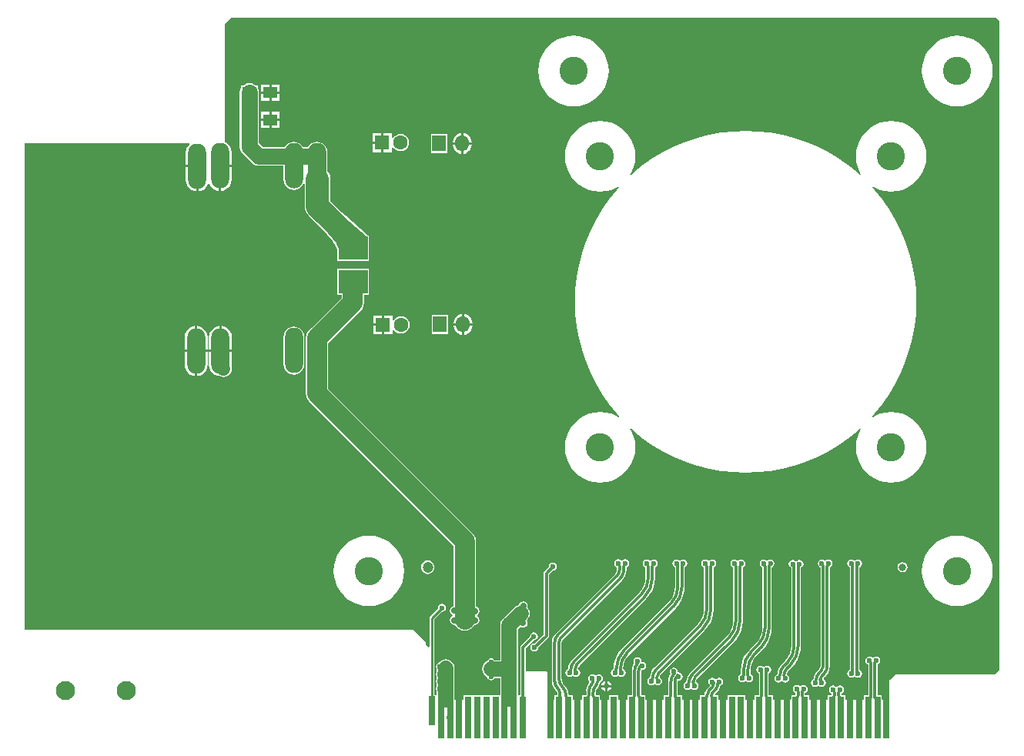
<source format=gbl>
G04*
G04 #@! TF.GenerationSoftware,Altium Limited,Altium Designer,19.1.6 (110)*
G04*
G04 Layer_Physical_Order=2*
G04 Layer_Color=16711680*
%FSLAX25Y25*%
%MOIN*%
G70*
G01*
G75*
%ADD11C,0.01000*%
%ADD13R,0.02800X0.18000*%
%ADD34C,0.01200*%
%ADD35C,0.10000*%
%ADD40C,0.08500*%
%ADD41C,0.02500*%
%ADD45C,0.12205*%
%ADD46C,0.08268*%
%ADD47C,0.04724*%
%ADD48C,0.03150*%
%ADD49R,0.06299X0.06299*%
%ADD50C,0.06299*%
%ADD51R,0.06000X0.07000*%
%ADD52O,0.06000X0.07000*%
%ADD53O,0.07087X0.07874*%
%ADD54C,0.02362*%
%ADD55C,0.02800*%
%ADD56R,0.02800X0.12500*%
%ADD57R,0.06000X0.05000*%
%ADD58O,0.07874X0.19685*%
%ADD59R,0.12500X0.09937*%
%ADD60C,0.06500*%
%ADD61C,0.07087*%
%ADD62C,0.06000*%
G36*
X623937Y463993D02*
X623937Y183251D01*
X621969Y181283D01*
X579173D01*
X578803Y181210D01*
X578489Y181000D01*
X576485Y178996D01*
X576275Y178682D01*
X576201Y178311D01*
Y170524D01*
X575847Y170171D01*
X573025Y170172D01*
Y172182D01*
X571155D01*
Y174533D01*
X571155Y174533D01*
Y185453D01*
X571239Y185469D01*
X571811Y185852D01*
X572194Y186425D01*
X572328Y187100D01*
X572194Y187775D01*
X571811Y188348D01*
X571239Y188731D01*
X570563Y188865D01*
X569888Y188731D01*
X569443Y188434D01*
X569107Y188381D01*
X568771Y188434D01*
X568326Y188731D01*
X567651Y188865D01*
X566976Y188731D01*
X566403Y188348D01*
X566020Y187775D01*
X565886Y187100D01*
X566020Y186425D01*
X566403Y185852D01*
X566976Y185469D01*
X567060Y185453D01*
Y175258D01*
X567060Y175258D01*
Y172182D01*
X565189D01*
Y170531D01*
X564835Y170177D01*
X557280Y170182D01*
Y172182D01*
X555409D01*
Y172953D01*
X555494Y172969D01*
X556066Y173352D01*
X556449Y173925D01*
X556583Y174600D01*
X556449Y175275D01*
X556066Y175848D01*
X555494Y176231D01*
X554818Y176365D01*
X554143Y176231D01*
X553698Y175934D01*
X553362Y175881D01*
X553026Y175934D01*
X552581Y176231D01*
X551906Y176365D01*
X551230Y176231D01*
X550658Y175848D01*
X550275Y175275D01*
X550141Y174600D01*
X550275Y173925D01*
X550658Y173352D01*
X551230Y172969D01*
X551314Y172953D01*
Y172182D01*
X549444D01*
Y170540D01*
X549090Y170186D01*
X541535Y170191D01*
Y172182D01*
X539665D01*
Y173253D01*
X539748Y173269D01*
X540321Y173652D01*
X540704Y174225D01*
X540838Y174900D01*
X540704Y175575D01*
X540321Y176148D01*
X539748Y176531D01*
X539073Y176665D01*
X538398Y176531D01*
X537825Y176148D01*
X537409D01*
X536836Y176531D01*
X536161Y176665D01*
X535485Y176531D01*
X534913Y176148D01*
X534530Y175575D01*
X534396Y174900D01*
X534530Y174225D01*
X534913Y173652D01*
X535485Y173269D01*
X535569Y173253D01*
Y172182D01*
X533699D01*
Y170549D01*
X533345Y170195D01*
X525790Y170200D01*
Y172182D01*
X523919D01*
Y181553D01*
X524003Y181569D01*
X524576Y181952D01*
X524959Y182525D01*
X525093Y183200D01*
X524959Y183875D01*
X524576Y184448D01*
X524003Y184831D01*
X523328Y184965D01*
X522652Y184831D01*
X522080Y184448D01*
X521664D01*
X521091Y184831D01*
X520416Y184965D01*
X519740Y184831D01*
X519168Y184448D01*
X518785Y183875D01*
X518651Y183200D01*
X518785Y182525D01*
X519168Y181952D01*
X519740Y181569D01*
X519824Y181553D01*
Y172182D01*
X517954D01*
Y170558D01*
X517600Y170205D01*
X513981Y170207D01*
Y172182D01*
X510081D01*
Y172182D01*
X510045D01*
Y172182D01*
X506145D01*
Y170565D01*
X505791Y170212D01*
X502172Y170214D01*
Y172182D01*
X500947D01*
X500740Y172682D01*
X501615Y173557D01*
X501631Y173542D01*
X502452Y174612D01*
X502968Y175858D01*
X503031Y176334D01*
X503206Y176369D01*
X503779Y176752D01*
X504162Y177325D01*
X504296Y178000D01*
X504162Y178675D01*
X503779Y179248D01*
X503206Y179631D01*
X502531Y179765D01*
X501856Y179631D01*
X501411Y179334D01*
X501075Y179281D01*
X500739Y179334D01*
X500294Y179631D01*
X499619Y179765D01*
X498944Y179631D01*
X498371Y179248D01*
X497988Y178675D01*
X497854Y178000D01*
X497988Y177325D01*
X498371Y176752D01*
X498399Y176132D01*
X497863Y175596D01*
X497498Y175253D01*
X497497Y175252D01*
X497203Y174869D01*
X496789Y174329D01*
X496343Y173253D01*
X496202Y172182D01*
X494336D01*
Y170572D01*
X493982Y170218D01*
X486427Y170223D01*
Y172182D01*
X484557D01*
Y177765D01*
X484559D01*
X484602Y178096D01*
X485011Y178524D01*
X485686Y178658D01*
X486259Y179041D01*
X486642Y179614D01*
X486776Y180289D01*
X486642Y180965D01*
X486259Y181537D01*
X485686Y181920D01*
X485011Y182054D01*
X484687Y182499D01*
X484582Y183024D01*
X484200Y183596D01*
X483627Y183979D01*
X482952Y184113D01*
X482276Y183979D01*
X481704Y183596D01*
X481321Y183024D01*
X481187Y182348D01*
X481321Y181673D01*
X481491Y181419D01*
X480988Y180477D01*
X480586Y179153D01*
X480450Y177776D01*
X480462D01*
X480462Y177776D01*
Y172182D01*
X478591D01*
Y170581D01*
X478237Y170228D01*
X470682Y170232D01*
Y172182D01*
X468812D01*
Y182397D01*
X468815D01*
X468865Y182776D01*
X469211Y183024D01*
X469886Y183158D01*
X470459Y183541D01*
X470842Y184114D01*
X470976Y184789D01*
X470842Y185465D01*
X470459Y186037D01*
X469886Y186420D01*
X469211Y186554D01*
X468887Y186999D01*
X468782Y187524D01*
X468400Y188096D01*
X467827Y188479D01*
X467152Y188613D01*
X466476Y188479D01*
X465904Y188096D01*
X465521Y187524D01*
X465387Y186848D01*
X465521Y186173D01*
X465696Y185911D01*
X465229Y185037D01*
X464838Y183748D01*
X464706Y182408D01*
X464716D01*
X464716Y182408D01*
Y172182D01*
X462846D01*
Y170590D01*
X462492Y170237D01*
X458873Y170239D01*
Y172182D01*
X454973D01*
Y170595D01*
X454620Y170241D01*
X451001Y170243D01*
Y172182D01*
X449130D01*
Y173262D01*
X449130Y173263D01*
X449240Y174097D01*
X449562Y174874D01*
X449781Y175159D01*
X450079Y175536D01*
X450079Y175536D01*
X450632Y176257D01*
X450980Y177096D01*
X451066Y177747D01*
X451175Y177769D01*
X451748Y178152D01*
X452131Y178725D01*
X452265Y179400D01*
X452131Y180075D01*
X451748Y180648D01*
X451175Y181031D01*
X450500Y181165D01*
X449825Y181031D01*
X449380Y180734D01*
X449044Y180681D01*
X448708Y180734D01*
X448263Y181031D01*
X447588Y181165D01*
X446912Y181031D01*
X446340Y180648D01*
X445957Y180075D01*
X445823Y179400D01*
X445957Y178725D01*
X446340Y178152D01*
X446349Y177551D01*
X445761Y176785D01*
X445201Y175432D01*
X445010Y173980D01*
X445035D01*
X445035Y173980D01*
Y172182D01*
X443165D01*
Y170602D01*
X442811Y170248D01*
X439192Y170250D01*
Y172182D01*
X437714D01*
X437345Y172496D01*
X437163Y173876D01*
X436630Y175162D01*
X435783Y176266D01*
X435783Y176266D01*
X435454Y176630D01*
X434940Y177299D01*
X434430Y178530D01*
X434263Y179802D01*
X434272Y179851D01*
Y194982D01*
X434272Y194986D01*
X434387Y195567D01*
X434716Y196059D01*
X434720Y196062D01*
X460585Y221926D01*
X460590Y221921D01*
X461363Y222864D01*
X461938Y223938D01*
X462292Y225105D01*
X462411Y226318D01*
X462404D01*
Y227653D01*
X462488Y227669D01*
X463060Y228052D01*
X463443Y228625D01*
X463577Y229300D01*
X463443Y229975D01*
X463060Y230548D01*
X462488Y230931D01*
X461812Y231065D01*
X461137Y230931D01*
X460564Y230548D01*
X460148D01*
X459575Y230931D01*
X458900Y231065D01*
X458225Y230931D01*
X457652Y230548D01*
X457269Y229975D01*
X457135Y229300D01*
X457269Y228625D01*
X457652Y228052D01*
X458225Y227669D01*
X458309Y227653D01*
Y226680D01*
X458307D01*
X458205Y225907D01*
X457906Y225186D01*
X457431Y224567D01*
X457433Y224566D01*
X457433Y224566D01*
X431818Y198951D01*
X431800Y198970D01*
X430906Y197804D01*
X430344Y196447D01*
X430152Y194990D01*
X430177D01*
Y178198D01*
X430155D01*
X430333Y176848D01*
X430854Y175592D01*
X431682Y174512D01*
X431982Y174136D01*
X432238Y173753D01*
X432368Y173101D01*
X432383Y172621D01*
X432227Y172182D01*
X431356D01*
Y170608D01*
X431002Y170255D01*
X428134Y170257D01*
Y181693D01*
X428060Y182063D01*
X427850Y182378D01*
X427536Y182587D01*
X427165Y182661D01*
X419736D01*
X419366Y182587D01*
X419231Y182497D01*
X418731Y182729D01*
Y192373D01*
X422259Y195901D01*
X422348Y195883D01*
X423024Y196017D01*
X423596Y196400D01*
X423979Y196973D01*
X424113Y197648D01*
X423979Y198324D01*
X423596Y198896D01*
X423024Y199279D01*
X422348Y199413D01*
X421673Y199279D01*
X421100Y198896D01*
X420717Y198324D01*
X420583Y197648D01*
X420601Y197559D01*
X416729Y193688D01*
X416475Y193307D01*
X416386Y192859D01*
Y172182D01*
X415609D01*
X415447Y172615D01*
Y183465D01*
Y200927D01*
X416386Y201866D01*
X416839Y201563D01*
X417600Y201412D01*
X418361Y201563D01*
X419006Y201994D01*
X419437Y202639D01*
X419588Y203400D01*
X419437Y204161D01*
X419134Y204614D01*
X419410Y204890D01*
X420019Y205684D01*
X420402Y206608D01*
X420533Y207600D01*
X420402Y208592D01*
X420019Y209516D01*
X419569Y210103D01*
X419688Y210700D01*
X419537Y211461D01*
X419106Y212106D01*
X418461Y212537D01*
X417700Y212688D01*
X416939Y212537D01*
X416294Y212106D01*
X415863Y211461D01*
X415835Y211319D01*
X415708Y211302D01*
X414784Y210919D01*
X413990Y210310D01*
X408904Y205224D01*
X408295Y204431D01*
X407912Y203506D01*
X407781Y202514D01*
Y187297D01*
X405234D01*
X404988Y187665D01*
X404416Y188048D01*
X403740Y188182D01*
X403065Y188048D01*
X402492Y187665D01*
X402109Y187093D01*
X402068Y186885D01*
X401824Y186784D01*
X401030Y186175D01*
X400421Y185381D01*
X400038Y184457D01*
X399907Y183465D01*
X400038Y182473D01*
X400421Y181548D01*
X401030Y180754D01*
X401824Y180145D01*
X402026Y180062D01*
X402109Y179639D01*
X402492Y179067D01*
X403065Y178684D01*
X403740Y178550D01*
X404416Y178684D01*
X404988Y179067D01*
X405366Y179632D01*
X407781D01*
Y172647D01*
X407697Y172182D01*
X403797D01*
Y172182D01*
X403760D01*
Y172182D01*
X399861D01*
Y172182D01*
X399823D01*
Y172182D01*
X395923D01*
Y172182D01*
X395886D01*
Y172182D01*
X391986D01*
Y170632D01*
X391633Y170278D01*
X388012Y170280D01*
Y172182D01*
X387931D01*
Y174727D01*
X387985Y175000D01*
X387931Y175273D01*
Y177877D01*
X387985Y178150D01*
X387931Y178422D01*
Y181027D01*
X387985Y181299D01*
X387931Y181572D01*
Y183902D01*
X387910Y184067D01*
X387985Y184449D01*
X387851Y185124D01*
X387469Y185697D01*
X387468Y185697D01*
X387418Y185818D01*
X386809Y186612D01*
X386015Y187221D01*
X385090Y187604D01*
X384099Y187734D01*
X383106Y187604D01*
X382182Y187221D01*
X381388Y186612D01*
X380940Y186028D01*
X380445Y185697D01*
X380062Y185124D01*
X379928Y184449D01*
X380062Y183773D01*
X380266Y183469D01*
Y182279D01*
X380062Y181975D01*
X379928Y181299D01*
X380062Y180624D01*
X380266Y180319D01*
Y179130D01*
X380062Y178825D01*
X379928Y178150D01*
X380062Y177474D01*
X380266Y177170D01*
Y175980D01*
X380062Y175675D01*
X379928Y175000D01*
X380062Y174325D01*
X380266Y174020D01*
Y172629D01*
X380138Y172182D01*
X379315D01*
Y205201D01*
X382391Y208277D01*
X382600Y208235D01*
X383275Y208369D01*
X383848Y208752D01*
X384231Y209325D01*
X384365Y210000D01*
X384231Y210675D01*
X383848Y211248D01*
X383275Y211631D01*
X382600Y211765D01*
X381925Y211631D01*
X381352Y211248D01*
X380969Y210675D01*
X380835Y210000D01*
X380877Y209791D01*
X377487Y206401D01*
X377255Y206054D01*
X377174Y205644D01*
Y193119D01*
X376674Y192967D01*
X376602Y193074D01*
X375581Y194095D01*
Y194836D01*
X370069Y200348D01*
X201756D01*
Y411236D01*
X273135Y411236D01*
X273295Y410763D01*
X273144Y410647D01*
X272353Y409616D01*
X271855Y408415D01*
X271686Y407126D01*
Y401721D01*
X276665D01*
Y401221D01*
X277165D01*
Y390401D01*
X277954Y390505D01*
X279155Y391002D01*
X280187Y391794D01*
X280978Y392825D01*
X281298Y393599D01*
X281839D01*
X282103Y392963D01*
X282894Y391931D01*
X283926Y391140D01*
X285126Y390642D01*
X285915Y390539D01*
Y401358D01*
X286415D01*
Y401858D01*
X291395D01*
Y407263D01*
X291225Y408552D01*
X290728Y409753D01*
X289936Y410784D01*
X288905Y411576D01*
X288298Y411827D01*
X288296Y411834D01*
X288370Y412205D01*
Y462701D01*
X291040Y465370D01*
X622560D01*
X623937Y463993D01*
D02*
G37*
%LPC*%
G36*
X312213Y436571D02*
X308713D01*
Y433571D01*
X312213D01*
Y436571D01*
D02*
G37*
G36*
X307713D02*
X304213D01*
Y433571D01*
X307713D01*
Y436571D01*
D02*
G37*
G36*
X312213Y432571D02*
X308713D01*
Y429571D01*
X312213D01*
Y432571D01*
D02*
G37*
G36*
X307713D02*
X304213D01*
Y429571D01*
X307713D01*
Y432571D01*
D02*
G37*
G36*
X605626Y457676D02*
X603237Y457488D01*
X600907Y456928D01*
X598693Y456011D01*
X596650Y454759D01*
X594828Y453203D01*
X593272Y451381D01*
X592020Y449338D01*
X591103Y447124D01*
X590544Y444794D01*
X590356Y442406D01*
X590544Y440017D01*
X591103Y437687D01*
X592020Y435473D01*
X593272Y433430D01*
X594828Y431608D01*
X596650Y430052D01*
X598693Y428800D01*
X600907Y427883D01*
X603237Y427323D01*
X605626Y427135D01*
X608015Y427323D01*
X610345Y427883D01*
X612559Y428800D01*
X614602Y430052D01*
X616424Y431608D01*
X617980Y433430D01*
X619232Y435473D01*
X620149Y437687D01*
X620708Y440017D01*
X620896Y442406D01*
X620708Y444794D01*
X620149Y447124D01*
X619232Y449338D01*
X617980Y451381D01*
X616424Y453203D01*
X614602Y454759D01*
X612559Y456011D01*
X610345Y456928D01*
X608015Y457488D01*
X605626Y457676D01*
D02*
G37*
G36*
X439483Y457674D02*
X437094Y457486D01*
X434764Y456927D01*
X432550Y456010D01*
X430507Y454758D01*
X428685Y453202D01*
X427129Y451380D01*
X425877Y449336D01*
X424960Y447123D01*
X424400Y444793D01*
X424212Y442404D01*
X424400Y440015D01*
X424960Y437685D01*
X425877Y435471D01*
X427129Y433428D01*
X428685Y431606D01*
X430507Y430050D01*
X432550Y428798D01*
X434764Y427881D01*
X437094Y427322D01*
X439483Y427134D01*
X441872Y427322D01*
X444202Y427881D01*
X446415Y428798D01*
X448458Y430050D01*
X450280Y431606D01*
X451837Y433428D01*
X453089Y435471D01*
X454006Y437685D01*
X454565Y440015D01*
X454753Y442404D01*
X454565Y444793D01*
X454006Y447123D01*
X453089Y449336D01*
X451837Y451380D01*
X450280Y453202D01*
X448458Y454758D01*
X446415Y456010D01*
X444202Y456927D01*
X441872Y457486D01*
X439483Y457674D01*
D02*
G37*
G36*
X312213Y424760D02*
X308713D01*
Y421760D01*
X312213D01*
Y424760D01*
D02*
G37*
G36*
X307713D02*
X304213D01*
Y421760D01*
X307713D01*
Y424760D01*
D02*
G37*
G36*
X312213Y420760D02*
X308713D01*
Y417760D01*
X312213D01*
Y420760D01*
D02*
G37*
G36*
X307713D02*
X304213D01*
Y417760D01*
X307713D01*
Y420760D01*
D02*
G37*
G36*
X356193Y415567D02*
X352543D01*
Y411917D01*
X356193D01*
Y415567D01*
D02*
G37*
G36*
X391839Y415492D02*
Y411524D01*
X395373D01*
X395236Y412568D01*
X394833Y413541D01*
X394191Y414376D01*
X393356Y415018D01*
X392383Y415421D01*
X391839Y415492D01*
D02*
G37*
G36*
X390839D02*
X390294Y415421D01*
X389321Y415018D01*
X388486Y414376D01*
X387845Y413541D01*
X387441Y412568D01*
X387304Y411524D01*
X390839D01*
Y415492D01*
D02*
G37*
G36*
X360842Y415567D02*
X357193D01*
Y411417D01*
Y407268D01*
X360842D01*
Y409435D01*
X361312Y409546D01*
X361343Y409542D01*
X361928Y408779D01*
X362701Y408186D01*
X363601Y407813D01*
X364567Y407686D01*
X365533Y407813D01*
X366433Y408186D01*
X367206Y408779D01*
X367798Y409552D01*
X368171Y410452D01*
X368299Y411417D01*
X368171Y412383D01*
X367798Y413283D01*
X367206Y414056D01*
X366433Y414649D01*
X365533Y415022D01*
X364567Y415149D01*
X363601Y415022D01*
X362701Y414649D01*
X361928Y414056D01*
X361343Y413292D01*
X361312Y413289D01*
X360842Y413400D01*
Y415567D01*
D02*
G37*
G36*
X356193Y410917D02*
X352543D01*
Y407268D01*
X356193D01*
Y410917D01*
D02*
G37*
G36*
X384889Y415074D02*
X377789D01*
Y406974D01*
X384889D01*
Y415074D01*
D02*
G37*
G36*
X395373Y410524D02*
X391839D01*
Y406555D01*
X392383Y406627D01*
X393356Y407030D01*
X394191Y407671D01*
X394833Y408506D01*
X395236Y409479D01*
X395373Y410524D01*
D02*
G37*
G36*
X390839D02*
X387304D01*
X387441Y409479D01*
X387845Y408506D01*
X388486Y407671D01*
X389321Y407030D01*
X390294Y406627D01*
X390839Y406555D01*
Y410524D01*
D02*
G37*
G36*
X576984Y420770D02*
X574595Y420582D01*
X572265Y420023D01*
X570052Y419106D01*
X568009Y417854D01*
X566187Y416298D01*
X564630Y414476D01*
X563378Y412433D01*
X562461Y410219D01*
X561902Y407889D01*
X561714Y405500D01*
X561902Y403111D01*
X562461Y400781D01*
X563378Y398567D01*
X563959Y397620D01*
X563568Y397301D01*
X562407Y398382D01*
X558298Y401693D01*
X553963Y404703D01*
X549424Y407396D01*
X544704Y409759D01*
X539829Y411778D01*
X534821Y413445D01*
X529707Y414750D01*
X524514Y415687D01*
X519266Y416251D01*
X513992Y416440D01*
X508718Y416251D01*
X503471Y415687D01*
X498277Y414750D01*
X493163Y413445D01*
X488156Y411778D01*
X483280Y409759D01*
X478560Y407396D01*
X474022Y404703D01*
X469687Y401693D01*
X465577Y398382D01*
X464416Y397301D01*
X464026Y397620D01*
X464606Y398567D01*
X465523Y400781D01*
X466082Y403111D01*
X466270Y405500D01*
X466082Y407889D01*
X465523Y410219D01*
X464606Y412433D01*
X463354Y414476D01*
X461798Y416298D01*
X459976Y417854D01*
X457933Y419106D01*
X455719Y420023D01*
X453389Y420582D01*
X451000Y420770D01*
X448611Y420582D01*
X446281Y420023D01*
X444067Y419106D01*
X442024Y417854D01*
X440202Y416298D01*
X438646Y414476D01*
X437394Y412433D01*
X436477Y410219D01*
X435918Y407889D01*
X435730Y405500D01*
X435918Y403111D01*
X436477Y400781D01*
X437394Y398567D01*
X438646Y396524D01*
X440202Y394702D01*
X442024Y393146D01*
X444067Y391894D01*
X446281Y390977D01*
X448611Y390418D01*
X451000Y390230D01*
X453389Y390418D01*
X455719Y390977D01*
X457933Y391894D01*
X458880Y392474D01*
X459199Y392084D01*
X458118Y390923D01*
X454807Y386813D01*
X451797Y382478D01*
X449104Y377940D01*
X446741Y373220D01*
X444722Y368344D01*
X443055Y363337D01*
X441750Y358223D01*
X440813Y353029D01*
X440249Y347782D01*
X440060Y342508D01*
X440249Y337234D01*
X440813Y331986D01*
X441750Y326793D01*
X443055Y321679D01*
X444722Y316671D01*
X446741Y311795D01*
X449104Y307076D01*
X451797Y302537D01*
X454807Y298202D01*
X458118Y294093D01*
X459199Y292932D01*
X458880Y292541D01*
X457933Y293122D01*
X455719Y294039D01*
X453389Y294598D01*
X451000Y294786D01*
X448611Y294598D01*
X446281Y294039D01*
X444067Y293122D01*
X442024Y291870D01*
X440202Y290314D01*
X438646Y288491D01*
X437394Y286448D01*
X436477Y284234D01*
X435918Y281905D01*
X435730Y279516D01*
X435918Y277127D01*
X436477Y274797D01*
X437394Y272583D01*
X438646Y270540D01*
X440202Y268718D01*
X442024Y267162D01*
X444067Y265910D01*
X446281Y264993D01*
X448611Y264433D01*
X451000Y264245D01*
X453389Y264433D01*
X455719Y264993D01*
X457933Y265910D01*
X459976Y267162D01*
X461798Y268718D01*
X463354Y270540D01*
X464606Y272583D01*
X465523Y274797D01*
X466082Y277127D01*
X466270Y279516D01*
X466082Y281905D01*
X465523Y284234D01*
X464606Y286448D01*
X464026Y287395D01*
X464416Y287715D01*
X465577Y286634D01*
X469687Y283322D01*
X474022Y280312D01*
X478560Y277620D01*
X483280Y275257D01*
X488156Y273237D01*
X493163Y271571D01*
X498277Y270266D01*
X503471Y269329D01*
X508718Y268764D01*
X513992Y268576D01*
X519266Y268764D01*
X524514Y269329D01*
X529707Y270266D01*
X534821Y271571D01*
X539829Y273237D01*
X544704Y275257D01*
X549424Y277620D01*
X553963Y280312D01*
X558298Y283322D01*
X562407Y286634D01*
X563568Y287715D01*
X563959Y287395D01*
X563378Y286448D01*
X562461Y284234D01*
X561902Y281905D01*
X561714Y279516D01*
X561902Y277127D01*
X562461Y274797D01*
X563378Y272583D01*
X564630Y270540D01*
X566187Y268718D01*
X568009Y267162D01*
X570052Y265910D01*
X572265Y264993D01*
X574595Y264433D01*
X576984Y264245D01*
X579373Y264433D01*
X581703Y264993D01*
X583917Y265910D01*
X585960Y267162D01*
X587782Y268718D01*
X589338Y270540D01*
X590590Y272583D01*
X591507Y274797D01*
X592067Y277127D01*
X592255Y279516D01*
X592067Y281905D01*
X591507Y284234D01*
X590590Y286448D01*
X589338Y288491D01*
X587782Y290314D01*
X585960Y291870D01*
X583917Y293122D01*
X581703Y294039D01*
X579373Y294598D01*
X576984Y294786D01*
X574595Y294598D01*
X572265Y294039D01*
X570052Y293122D01*
X569105Y292541D01*
X568785Y292932D01*
X569866Y294093D01*
X573177Y298202D01*
X576188Y302537D01*
X578881Y307076D01*
X581243Y311795D01*
X583262Y316671D01*
X584929Y321679D01*
X586234Y326793D01*
X587171Y331986D01*
X587736Y337234D01*
X587924Y342508D01*
X587736Y347782D01*
X587171Y353029D01*
X586234Y358223D01*
X584929Y363337D01*
X583262Y368344D01*
X581243Y373220D01*
X578881Y377940D01*
X576188Y382478D01*
X573177Y386813D01*
X569866Y390923D01*
X568785Y392084D01*
X569105Y392474D01*
X570052Y391894D01*
X572265Y390977D01*
X574595Y390418D01*
X576984Y390230D01*
X579373Y390418D01*
X581703Y390977D01*
X583917Y391894D01*
X585960Y393146D01*
X587782Y394702D01*
X589338Y396524D01*
X590590Y398567D01*
X591507Y400781D01*
X592067Y403111D01*
X592255Y405500D01*
X592067Y407889D01*
X591507Y410219D01*
X590590Y412433D01*
X589338Y414476D01*
X587782Y416298D01*
X585960Y417854D01*
X583917Y419106D01*
X581703Y420023D01*
X579373Y420582D01*
X576984Y420770D01*
D02*
G37*
G36*
X291395Y400858D02*
X286915D01*
Y390539D01*
X287704Y390642D01*
X288905Y391140D01*
X289936Y391931D01*
X290728Y392963D01*
X291225Y394163D01*
X291395Y395452D01*
Y400858D01*
D02*
G37*
G36*
X276165Y400721D02*
X271686D01*
Y395315D01*
X271855Y394026D01*
X272353Y392825D01*
X273144Y391794D01*
X274176Y391002D01*
X275377Y390505D01*
X276165Y390401D01*
Y400721D01*
D02*
G37*
G36*
X299128Y437199D02*
X298060Y437059D01*
X297064Y436646D01*
X296379Y436121D01*
X295663D01*
Y435279D01*
X295553Y435135D01*
X295140Y434139D01*
X294999Y433071D01*
Y409663D01*
X294999Y409663D01*
X295140Y408595D01*
X295553Y407599D01*
X296209Y406744D01*
X300360Y402593D01*
X300360Y402592D01*
X301215Y401936D01*
X302211Y401524D01*
X303279Y401383D01*
X313890D01*
Y395452D01*
X314044Y394281D01*
X314496Y393189D01*
X315215Y392252D01*
X316153Y391533D01*
X317244Y391081D01*
X318415Y390927D01*
X319587Y391081D01*
X320678Y391533D01*
X321616Y392252D01*
X322335Y393189D01*
X322568Y393751D01*
X323067Y393652D01*
Y383892D01*
X323067Y383892D01*
X323258Y382443D01*
X323817Y381093D01*
X324707Y379933D01*
X330439Y374201D01*
X332889Y371640D01*
X334845Y369339D01*
X335602Y368327D01*
X336218Y367403D01*
X336688Y366573D01*
X337015Y365845D01*
X337200Y365227D01*
X337265Y364657D01*
X337295Y364604D01*
Y360226D01*
X350894D01*
Y370524D01*
X350905Y370538D01*
X350894Y370629D01*
Y371263D01*
X350509D01*
X350495Y371273D01*
X350252Y371342D01*
X340757Y379727D01*
X339268Y381206D01*
X334263Y386210D01*
Y395661D01*
X334072Y397110D01*
X333513Y398460D01*
X332941Y399206D01*
Y407263D01*
X332787Y408435D01*
X332335Y409526D01*
X331615Y410463D01*
X330678Y411183D01*
X329587Y411635D01*
X328415Y411789D01*
X327244Y411635D01*
X326152Y411183D01*
X325215Y410463D01*
X324584Y409640D01*
X322247D01*
X321616Y410463D01*
X320678Y411183D01*
X319587Y411635D01*
X318415Y411789D01*
X317244Y411635D01*
X316153Y411183D01*
X315215Y410463D01*
X314584Y409640D01*
X304989D01*
X303257Y411373D01*
Y433071D01*
X303116Y434139D01*
X302763Y434993D01*
Y436121D01*
X301877D01*
X301192Y436646D01*
X300197Y437059D01*
X299128Y437199D01*
D02*
G37*
G36*
X392193Y337146D02*
Y333177D01*
X395727D01*
X395590Y334221D01*
X395187Y335194D01*
X394546Y336030D01*
X393710Y336671D01*
X392737Y337074D01*
X392193Y337146D01*
D02*
G37*
G36*
X391193D02*
X390649Y337074D01*
X389676Y336671D01*
X388840Y336030D01*
X388199Y335194D01*
X387796Y334221D01*
X387658Y333177D01*
X391193D01*
Y337146D01*
D02*
G37*
G36*
X356415Y336655D02*
X352765D01*
Y333005D01*
X356415D01*
Y336655D01*
D02*
G37*
G36*
X361064D02*
X357415D01*
Y332505D01*
Y328355D01*
X361064D01*
Y330522D01*
X361534Y330634D01*
X361564Y330630D01*
X362150Y329867D01*
X362923Y329274D01*
X363823Y328901D01*
X364789Y328773D01*
X365754Y328901D01*
X366654Y329274D01*
X367427Y329867D01*
X368020Y330639D01*
X368393Y331539D01*
X368520Y332505D01*
X368393Y333471D01*
X368020Y334371D01*
X367427Y335144D01*
X366654Y335737D01*
X365754Y336109D01*
X364789Y336237D01*
X363823Y336109D01*
X362923Y335737D01*
X362150Y335144D01*
X361564Y334380D01*
X361534Y334376D01*
X361064Y334488D01*
Y336655D01*
D02*
G37*
G36*
X385243Y336727D02*
X378143D01*
Y328627D01*
X385243D01*
Y336727D01*
D02*
G37*
G36*
X356415Y332005D02*
X352765D01*
Y328355D01*
X356415D01*
Y332005D01*
D02*
G37*
G36*
X395727Y332177D02*
X392193D01*
Y328208D01*
X392737Y328280D01*
X393710Y328683D01*
X394546Y329324D01*
X395187Y330160D01*
X395590Y331133D01*
X395727Y332177D01*
D02*
G37*
G36*
X391193D02*
X387658D01*
X387796Y331133D01*
X388199Y330160D01*
X388840Y329324D01*
X389676Y328683D01*
X390649Y328280D01*
X391193Y328208D01*
Y332177D01*
D02*
G37*
G36*
X287165Y332040D02*
Y321721D01*
X291645D01*
Y327126D01*
X291475Y328415D01*
X290978Y329616D01*
X290187Y330647D01*
X289155Y331438D01*
X287954Y331936D01*
X287165Y332040D01*
D02*
G37*
G36*
X276665D02*
Y321721D01*
X281145D01*
Y327126D01*
X280975Y328415D01*
X280478Y329616D01*
X279686Y330647D01*
X278655Y331438D01*
X277454Y331936D01*
X276665Y332040D01*
D02*
G37*
G36*
X286165D02*
X285377Y331936D01*
X284175Y331438D01*
X283144Y330647D01*
X282353Y329616D01*
X281855Y328415D01*
X281686Y327126D01*
Y321721D01*
X286165D01*
Y332040D01*
D02*
G37*
G36*
X275665D02*
X274876Y331936D01*
X273675Y331438D01*
X272644Y330647D01*
X271853Y329616D01*
X271355Y328415D01*
X271186Y327126D01*
Y321721D01*
X275665D01*
Y332040D01*
D02*
G37*
G36*
X318415Y331789D02*
X317244Y331635D01*
X316153Y331183D01*
X315215Y330464D01*
X314496Y329526D01*
X314044Y328435D01*
X313890Y327263D01*
Y315452D01*
X314044Y314281D01*
X314496Y313189D01*
X315215Y312252D01*
X316153Y311533D01*
X317244Y311081D01*
X318415Y310927D01*
X319587Y311081D01*
X320678Y311533D01*
X321616Y312252D01*
X322335Y313189D01*
X322787Y314281D01*
X322941Y315452D01*
Y327263D01*
X322787Y328435D01*
X322335Y329526D01*
X321616Y330464D01*
X320678Y331183D01*
X319587Y331635D01*
X318415Y331789D01*
D02*
G37*
G36*
X281145Y320721D02*
X276665D01*
Y310401D01*
X277454Y310505D01*
X278655Y311002D01*
X279686Y311794D01*
X280478Y312825D01*
X280975Y314026D01*
X281145Y315315D01*
Y320721D01*
D02*
G37*
G36*
X275665D02*
X271186D01*
Y315315D01*
X271355Y314026D01*
X271853Y312825D01*
X272644Y311794D01*
X273675Y311002D01*
X274876Y310505D01*
X275665Y310401D01*
Y320721D01*
D02*
G37*
G36*
X291645D02*
X286665D01*
X281686D01*
Y315315D01*
X281855Y314026D01*
X282353Y312825D01*
X283144Y311794D01*
X284175Y311002D01*
X285377Y310505D01*
X286176Y310400D01*
X286202Y310380D01*
X287065Y310022D01*
X287992Y309900D01*
X288919Y310022D01*
X289782Y310380D01*
X290524Y310949D01*
X291093Y311691D01*
X291451Y312554D01*
X291573Y313481D01*
X291488Y314124D01*
X291645Y315315D01*
Y320721D01*
D02*
G37*
G36*
X524712Y230965D02*
X524037Y230831D01*
X523592Y230534D01*
X523256Y230481D01*
X522920Y230534D01*
X522475Y230831D01*
X521800Y230965D01*
X521125Y230831D01*
X520552Y230448D01*
X520169Y229875D01*
X520035Y229200D01*
X520169Y228525D01*
X520552Y227952D01*
X521125Y227569D01*
X521209Y227553D01*
Y201098D01*
X521219Y201047D01*
X521054Y199373D01*
X520551Y197714D01*
X519733Y196185D01*
X518666Y194885D01*
X518623Y194856D01*
X515732Y191965D01*
X515720Y191977D01*
X514403Y190435D01*
X513343Y188706D01*
X512567Y186832D01*
X512094Y184861D01*
X511935Y182839D01*
X511952D01*
Y181147D01*
X511868Y181131D01*
X511295Y180748D01*
X510913Y180175D01*
X510778Y179500D01*
X510913Y178825D01*
X511295Y178252D01*
X511868Y177869D01*
X512543Y177735D01*
X513219Y177869D01*
X513663Y178166D01*
X513999Y178219D01*
X514335Y178166D01*
X514780Y177869D01*
X515455Y177735D01*
X516131Y177869D01*
X516704Y178252D01*
X517086Y178825D01*
X517220Y179500D01*
X517086Y180175D01*
X516704Y180748D01*
X516131Y181131D01*
X516047Y181147D01*
Y182832D01*
X516037Y182883D01*
X516202Y184557D01*
X516705Y186216D01*
X517522Y187745D01*
X518589Y189045D01*
X518632Y189074D01*
X521523Y191965D01*
X521536Y191953D01*
X522853Y193495D01*
X523912Y195224D01*
X524688Y197098D01*
X525162Y199070D01*
X525321Y201092D01*
X525304D01*
Y227553D01*
X525388Y227569D01*
X525960Y227952D01*
X526343Y228525D01*
X526477Y229200D01*
X526343Y229875D01*
X525960Y230448D01*
X525388Y230831D01*
X524712Y230965D01*
D02*
G37*
G36*
X512112D02*
X511437Y230831D01*
X510992Y230534D01*
X510656Y230481D01*
X510320Y230534D01*
X509875Y230831D01*
X509200Y230965D01*
X508525Y230831D01*
X507952Y230448D01*
X507569Y229875D01*
X507435Y229200D01*
X507569Y228525D01*
X507952Y227952D01*
X508525Y227569D01*
X508609Y227553D01*
Y204198D01*
X508619Y204147D01*
X508454Y202473D01*
X507951Y200814D01*
X507133Y199285D01*
X506066Y197985D01*
X506023Y197956D01*
X490494Y182427D01*
X490135Y182079D01*
X490135Y182079D01*
X489367Y181143D01*
X488797Y180076D01*
X488446Y178917D01*
X488350Y177951D01*
X488250Y177931D01*
X487677Y177548D01*
X487295Y176975D01*
X487161Y176300D01*
X487295Y175625D01*
X487677Y175052D01*
X488250Y174669D01*
X488926Y174535D01*
X489601Y174669D01*
X490046Y174966D01*
X490382Y175019D01*
X490718Y174966D01*
X491162Y174669D01*
X491838Y174535D01*
X492513Y174669D01*
X493086Y175052D01*
X493469Y175625D01*
X493603Y176300D01*
X493469Y176975D01*
X493086Y177548D01*
X492513Y177931D01*
X492463Y177941D01*
X492577Y178510D01*
X493015Y179166D01*
X493043Y179185D01*
X508923Y195065D01*
X508923Y195065D01*
X508936Y195053D01*
X510253Y196595D01*
X511312Y198324D01*
X512088Y200198D01*
X512562Y202170D01*
X512721Y204191D01*
X512704D01*
Y227553D01*
X512788Y227569D01*
X513360Y227952D01*
X513743Y228525D01*
X513877Y229200D01*
X513743Y229875D01*
X513360Y230448D01*
X512788Y230831D01*
X512112Y230965D01*
D02*
G37*
G36*
X499512D02*
X498837Y230831D01*
X498392Y230534D01*
X498056Y230481D01*
X497720Y230534D01*
X497275Y230831D01*
X496600Y230965D01*
X495925Y230831D01*
X495352Y230448D01*
X494969Y229875D01*
X494835Y229200D01*
X494969Y228525D01*
X495352Y227952D01*
X495925Y227569D01*
X496009Y227553D01*
Y209298D01*
X496019Y209247D01*
X495854Y207573D01*
X495351Y205914D01*
X494533Y204385D01*
X493466Y203085D01*
X493423Y203056D01*
X474366Y184000D01*
X474362Y184004D01*
X473606Y183084D01*
X473045Y182033D01*
X472699Y180894D01*
X472606Y179951D01*
X472505Y179931D01*
X471933Y179548D01*
X471550Y178975D01*
X471416Y178300D01*
X471550Y177625D01*
X471933Y177052D01*
X472505Y176669D01*
X473180Y176535D01*
X473856Y176669D01*
X474429Y177052D01*
X474845D01*
X475417Y176669D01*
X476093Y176535D01*
X476768Y176669D01*
X477341Y177052D01*
X477723Y177625D01*
X477858Y178300D01*
X477723Y178975D01*
X477341Y179548D01*
X476768Y179931D01*
X476720Y179940D01*
X476825Y180467D01*
X476994Y180720D01*
X477266Y181108D01*
X477614Y181456D01*
X496323Y200165D01*
X496323Y200165D01*
X496336Y200153D01*
X497653Y201695D01*
X498712Y203424D01*
X499488Y205298D01*
X499962Y207270D01*
X500121Y209292D01*
X500104D01*
Y227553D01*
X500188Y227569D01*
X500760Y227952D01*
X501143Y228525D01*
X501277Y229200D01*
X501143Y229875D01*
X500760Y230448D01*
X500188Y230831D01*
X499512Y230965D01*
D02*
G37*
G36*
X549912D02*
X549237Y230831D01*
X548664Y230448D01*
X548248D01*
X547675Y230831D01*
X547000Y230965D01*
X546325Y230831D01*
X545752Y230448D01*
X545369Y229875D01*
X545235Y229200D01*
X545369Y228525D01*
X545752Y227952D01*
X546325Y227569D01*
X546409Y227553D01*
Y184714D01*
X546411Y184704D01*
X546289Y184091D01*
X545941Y183572D01*
X545933Y183566D01*
X544985Y182618D01*
X544953Y182618D01*
X544953Y182618D01*
X544121Y181533D01*
X543598Y180271D01*
X543450Y179149D01*
X543358Y179131D01*
X542785Y178748D01*
X542403Y178175D01*
X542268Y177500D01*
X542403Y176825D01*
X542785Y176252D01*
X543358Y175869D01*
X544033Y175735D01*
X544709Y175869D01*
X545281Y176252D01*
X545697D01*
X546270Y175869D01*
X546946Y175735D01*
X547621Y175869D01*
X548194Y176252D01*
X548576Y176825D01*
X548711Y177500D01*
X548576Y178175D01*
X548194Y178748D01*
X547884Y178955D01*
X547783Y179566D01*
X547787Y179576D01*
X547877Y179711D01*
X547873Y179715D01*
X548485Y180327D01*
X548857Y180662D01*
X548857Y180662D01*
X549765Y181845D01*
X550335Y183222D01*
X550530Y184700D01*
X550504D01*
Y227553D01*
X550588Y227569D01*
X551160Y227952D01*
X551543Y228525D01*
X551677Y229200D01*
X551543Y229875D01*
X551160Y230448D01*
X550588Y230831D01*
X549912Y230965D01*
D02*
G37*
G36*
X487012D02*
X486337Y230831D01*
X485764Y230448D01*
X485348D01*
X484775Y230831D01*
X484100Y230965D01*
X483425Y230831D01*
X482852Y230448D01*
X482469Y229875D01*
X482335Y229200D01*
X482469Y228525D01*
X482852Y227952D01*
X483425Y227569D01*
X483509Y227553D01*
Y219098D01*
X483519Y219047D01*
X483354Y217373D01*
X482851Y215714D01*
X482033Y214185D01*
X480966Y212885D01*
X480923Y212856D01*
X460624Y192557D01*
X460612Y192570D01*
X459295Y191027D01*
X458235Y189298D01*
X457459Y187425D01*
X456986Y185453D01*
X456836Y183546D01*
X456760Y183531D01*
X456187Y183148D01*
X455805Y182575D01*
X455670Y181900D01*
X455805Y181225D01*
X456187Y180652D01*
X456760Y180269D01*
X457435Y180135D01*
X458111Y180269D01*
X458683Y180652D01*
X459100D01*
X459672Y180269D01*
X460348Y180135D01*
X461023Y180269D01*
X461596Y180652D01*
X461978Y181225D01*
X462113Y181900D01*
X461978Y182575D01*
X461596Y183148D01*
X461023Y183531D01*
X460936Y183548D01*
X461094Y185150D01*
X461597Y186808D01*
X462414Y188337D01*
X463482Y189638D01*
X463525Y189666D01*
X483823Y209965D01*
X483823Y209965D01*
X483836Y209953D01*
X485153Y211495D01*
X486212Y213224D01*
X486988Y215098D01*
X487462Y217070D01*
X487621Y219092D01*
X487604D01*
Y227553D01*
X487688Y227569D01*
X488260Y227952D01*
X488643Y228525D01*
X488777Y229200D01*
X488643Y229875D01*
X488260Y230448D01*
X487688Y230831D01*
X487012Y230965D01*
D02*
G37*
G36*
X474172Y230899D02*
X473497Y230765D01*
X473052Y230468D01*
X472716Y230415D01*
X472380Y230468D01*
X471935Y230765D01*
X471260Y230899D01*
X470584Y230765D01*
X470012Y230382D01*
X469629Y229809D01*
X469495Y229134D01*
X469629Y228458D01*
X470012Y227886D01*
X470584Y227503D01*
X470668Y227486D01*
Y222946D01*
X470679Y222895D01*
X470514Y221221D01*
X470010Y219562D01*
X469193Y218034D01*
X468126Y216733D01*
X468083Y216704D01*
X439273Y187894D01*
X438915Y187545D01*
X438915Y187545D01*
X438168Y186635D01*
X437613Y185597D01*
X437272Y184471D01*
X437180Y183541D01*
X437079Y183520D01*
X436506Y183138D01*
X436123Y182565D01*
X435989Y181890D01*
X436123Y181214D01*
X436506Y180642D01*
X437079Y180259D01*
X437754Y180125D01*
X438429Y180259D01*
X438874Y180556D01*
X439210Y180609D01*
X439546Y180556D01*
X439991Y180259D01*
X440666Y180125D01*
X441342Y180259D01*
X441914Y180642D01*
X442297Y181214D01*
X442431Y181890D01*
X442297Y182565D01*
X441914Y183138D01*
X441342Y183520D01*
X441304Y183576D01*
X441395Y184031D01*
X441549Y184262D01*
X441820Y184650D01*
X442164Y184994D01*
X470983Y213813D01*
X470996Y213801D01*
X472313Y215343D01*
X473372Y217072D01*
X474148Y218946D01*
X474622Y220918D01*
X474781Y222939D01*
X474763D01*
Y227486D01*
X474848Y227503D01*
X475420Y227886D01*
X475803Y228458D01*
X475937Y229134D01*
X475803Y229809D01*
X475420Y230382D01*
X474848Y230765D01*
X474172Y230899D01*
D02*
G37*
G36*
X562691Y230865D02*
X562015Y230731D01*
X561443Y230348D01*
X561026D01*
X560454Y230731D01*
X559778Y230865D01*
X559103Y230731D01*
X558530Y230348D01*
X558148Y229775D01*
X558013Y229100D01*
X558148Y228425D01*
X558530Y227852D01*
X559103Y227469D01*
X559187Y227453D01*
Y183147D01*
X559103Y183131D01*
X558530Y182748D01*
X558148Y182175D01*
X558013Y181500D01*
X558148Y180825D01*
X558530Y180252D01*
X559103Y179869D01*
X559778Y179735D01*
X560454Y179869D01*
X561026Y180252D01*
X561443D01*
X562015Y179869D01*
X562691Y179735D01*
X563366Y179869D01*
X563939Y180252D01*
X564321Y180825D01*
X564456Y181500D01*
X564321Y182175D01*
X563939Y182748D01*
X563366Y183131D01*
X563282Y183147D01*
Y227453D01*
X563366Y227469D01*
X563939Y227852D01*
X564321Y228425D01*
X564456Y229100D01*
X564321Y229775D01*
X563939Y230348D01*
X563366Y230731D01*
X562691Y230865D01*
D02*
G37*
G36*
X537312Y230765D02*
X536637Y230631D01*
X536064Y230248D01*
X535648D01*
X535075Y230631D01*
X534400Y230765D01*
X533725Y230631D01*
X533152Y230248D01*
X532769Y229675D01*
X532635Y229000D01*
X532769Y228325D01*
X533152Y227752D01*
X533725Y227369D01*
X533809Y227353D01*
Y193398D01*
X533819Y193347D01*
X533654Y191673D01*
X533151Y190014D01*
X532333Y188485D01*
X531266Y187185D01*
X531223Y187156D01*
X530045Y185978D01*
X529684Y185632D01*
X529684Y185632D01*
X528836Y184598D01*
X528206Y183419D01*
X527818Y182140D01*
X527710Y181050D01*
X527613Y181031D01*
X527040Y180648D01*
X526658Y180075D01*
X526523Y179400D01*
X526658Y178725D01*
X527040Y178152D01*
X527613Y177769D01*
X528288Y177635D01*
X528964Y177769D01*
X529408Y178066D01*
X529744Y178119D01*
X530081Y178066D01*
X530525Y177769D01*
X531201Y177635D01*
X531876Y177769D01*
X532448Y178152D01*
X532831Y178725D01*
X532966Y179400D01*
X532831Y180075D01*
X532448Y180648D01*
X531876Y181031D01*
X531827Y181040D01*
X531889Y181508D01*
X532161Y182166D01*
X532594Y182730D01*
X532945Y183087D01*
X534123Y184265D01*
X534136Y184253D01*
X535453Y185795D01*
X536512Y187524D01*
X537288Y189398D01*
X537762Y191370D01*
X537921Y193392D01*
X537904D01*
Y227353D01*
X537988Y227369D01*
X538560Y227752D01*
X538943Y228325D01*
X539077Y229000D01*
X538943Y229675D01*
X538560Y230248D01*
X537988Y230631D01*
X537312Y230765D01*
D02*
G37*
G36*
X430600Y229565D02*
X429925Y229431D01*
X429352Y229048D01*
X428969Y228475D01*
X428835Y227800D01*
X428836Y227794D01*
X426871Y225829D01*
X426617Y225449D01*
X426528Y225000D01*
Y198486D01*
X422589Y194547D01*
X422500Y194565D01*
X421825Y194431D01*
X421252Y194048D01*
X420869Y193475D01*
X420735Y192800D01*
X420869Y192125D01*
X421252Y191552D01*
X421825Y191169D01*
X422500Y191035D01*
X423175Y191169D01*
X423748Y191552D01*
X424131Y192125D01*
X424265Y192800D01*
X424247Y192889D01*
X428529Y197171D01*
X428783Y197551D01*
X428872Y198000D01*
Y224514D01*
X430428Y226069D01*
X430600Y226035D01*
X431275Y226169D01*
X431848Y226552D01*
X432231Y227125D01*
X432365Y227800D01*
X432231Y228475D01*
X431848Y229048D01*
X431275Y229431D01*
X430600Y229565D01*
D02*
G37*
G36*
X581889Y229726D02*
X581061Y229561D01*
X580358Y229092D01*
X579888Y228389D01*
X579723Y227560D01*
X579888Y226731D01*
X580358Y226028D01*
X581061Y225558D01*
X581889Y225393D01*
X582719Y225558D01*
X583421Y226028D01*
X583891Y226731D01*
X584056Y227560D01*
X583891Y228389D01*
X583421Y229092D01*
X582719Y229561D01*
X581889Y229726D01*
D02*
G37*
G36*
X376378Y230497D02*
X375617Y230397D01*
X374909Y230103D01*
X374301Y229637D01*
X373834Y229028D01*
X373540Y228320D01*
X373440Y227560D01*
X373540Y226799D01*
X373834Y226091D01*
X374301Y225483D01*
X374909Y225016D01*
X375617Y224722D01*
X376378Y224622D01*
X377138Y224722D01*
X377846Y225016D01*
X378454Y225483D01*
X378921Y226091D01*
X379215Y226799D01*
X379315Y227560D01*
X379215Y228320D01*
X378921Y229028D01*
X378454Y229637D01*
X377846Y230103D01*
X377138Y230397D01*
X376378Y230497D01*
D02*
G37*
G36*
X605626Y241255D02*
X603237Y241067D01*
X600907Y240507D01*
X598693Y239590D01*
X596650Y238338D01*
X594828Y236782D01*
X593272Y234960D01*
X592020Y232917D01*
X591103Y230703D01*
X590544Y228373D01*
X590356Y225984D01*
X590544Y223595D01*
X591103Y221266D01*
X592020Y219052D01*
X593272Y217009D01*
X594828Y215187D01*
X596650Y213630D01*
X598693Y212378D01*
X600907Y211461D01*
X603237Y210902D01*
X605626Y210714D01*
X608015Y210902D01*
X610345Y211461D01*
X612559Y212378D01*
X614602Y213630D01*
X616424Y215187D01*
X617980Y217009D01*
X619232Y219052D01*
X620149Y221266D01*
X620708Y223595D01*
X620896Y225984D01*
X620708Y228373D01*
X620149Y230703D01*
X619232Y232917D01*
X617980Y234960D01*
X616424Y236782D01*
X614602Y238338D01*
X612559Y239590D01*
X610345Y240507D01*
X608015Y241067D01*
X605626Y241255D01*
D02*
G37*
G36*
X350900D02*
X348511Y241067D01*
X346181Y240507D01*
X343967Y239590D01*
X341924Y238338D01*
X340102Y236782D01*
X338546Y234960D01*
X337294Y232917D01*
X336377Y230703D01*
X335818Y228373D01*
X335630Y225984D01*
X335818Y223595D01*
X336377Y221266D01*
X337294Y219052D01*
X338546Y217009D01*
X340102Y215187D01*
X341924Y213630D01*
X343967Y212378D01*
X346181Y211461D01*
X348511Y210902D01*
X350900Y210714D01*
X353289Y210902D01*
X355619Y211461D01*
X357833Y212378D01*
X359876Y213630D01*
X361698Y215187D01*
X363254Y217009D01*
X364506Y219052D01*
X365423Y221266D01*
X365982Y223595D01*
X366170Y225984D01*
X365982Y228373D01*
X365423Y230703D01*
X364506Y232917D01*
X363254Y234960D01*
X361698Y236782D01*
X359876Y238338D01*
X357833Y239590D01*
X355619Y240507D01*
X353289Y241067D01*
X350900Y241255D01*
D02*
G37*
G36*
X350894Y356700D02*
X337295D01*
Y345663D01*
X339056D01*
Y344017D01*
X326271Y331232D01*
X326152Y331183D01*
X325215Y330464D01*
X325049Y330246D01*
X324992Y330203D01*
X324223Y329200D01*
X323739Y328033D01*
X323574Y326780D01*
Y321358D01*
Y302785D01*
X323739Y301532D01*
X324223Y300364D01*
X324992Y299361D01*
X387559Y236795D01*
Y210600D01*
X387239Y210537D01*
X386594Y210106D01*
X386163Y209461D01*
X386012Y208700D01*
X386163Y207939D01*
X386594Y207294D01*
X387143Y206927D01*
X387188Y206699D01*
Y206600D01*
X387143Y206372D01*
X386594Y206006D01*
X386163Y205361D01*
X386012Y204600D01*
X386163Y203839D01*
X386594Y203194D01*
X387239Y202763D01*
X388000Y202612D01*
X388179Y202647D01*
X388207Y202579D01*
X388977Y201577D01*
X389979Y200807D01*
X391147Y200324D01*
X392400Y200159D01*
X393653Y200324D01*
X394821Y200807D01*
X395823Y201577D01*
X396593Y202579D01*
X396621Y202647D01*
X396800Y202612D01*
X397561Y202763D01*
X398206Y203194D01*
X398637Y203839D01*
X398788Y204600D01*
X398637Y205361D01*
X398206Y206006D01*
X397732Y206322D01*
X397728Y206334D01*
Y206866D01*
X397732Y206878D01*
X398206Y207194D01*
X398637Y207839D01*
X398788Y208600D01*
X398637Y209361D01*
X398206Y210006D01*
X397561Y210437D01*
X397241Y210500D01*
Y238800D01*
X397077Y240053D01*
X396593Y241221D01*
X395823Y242223D01*
X333257Y304790D01*
Y321358D01*
Y324524D01*
X347321Y338588D01*
X348090Y339591D01*
X348574Y340759D01*
X348739Y342012D01*
Y345663D01*
X350894D01*
Y356700D01*
D02*
G37*
G36*
X454200Y178224D02*
Y176600D01*
X455824D01*
X455755Y176951D01*
X455272Y177673D01*
X454551Y178155D01*
X454200Y178224D01*
D02*
G37*
G36*
X453200D02*
X452849Y178155D01*
X452128Y177673D01*
X451645Y176951D01*
X451576Y176600D01*
X453200D01*
Y178224D01*
D02*
G37*
G36*
X455824Y175600D02*
X454200D01*
Y173976D01*
X454551Y174046D01*
X455272Y174528D01*
X455755Y175249D01*
X455824Y175600D01*
D02*
G37*
G36*
X453200D02*
X451576D01*
X451645Y175249D01*
X452128Y174528D01*
X452849Y174046D01*
X453200Y173976D01*
Y175600D01*
D02*
G37*
%LPD*%
G36*
X340350Y379292D02*
X349959Y370807D01*
X350332Y370701D01*
X337857Y364725D01*
X337786Y365347D01*
X337574Y366053D01*
X337220Y366843D01*
X336725Y367715D01*
X336089Y368671D01*
X335311Y369710D01*
X333331Y372039D01*
X330785Y374701D01*
X338321Y381307D01*
X340350Y379292D01*
D02*
G37*
D11*
X378244Y165288D02*
Y205644D01*
X382600Y210000D01*
X378153Y165197D02*
X378244Y165288D01*
D13*
X452987Y162632D02*
D03*
X449051D02*
D03*
X445115D02*
D03*
X441178D02*
D03*
X437242D02*
D03*
X433306D02*
D03*
X429369D02*
D03*
X417558D02*
D03*
X413622D02*
D03*
X409685D02*
D03*
X405748D02*
D03*
X401811D02*
D03*
X397873D02*
D03*
X393936D02*
D03*
X389999D02*
D03*
X386062D02*
D03*
X382125D02*
D03*
X456923D02*
D03*
X460860D02*
D03*
X464796D02*
D03*
X468732D02*
D03*
X472669D02*
D03*
X476605D02*
D03*
X480541D02*
D03*
X484477D02*
D03*
X488414D02*
D03*
X492350D02*
D03*
X496286D02*
D03*
X500222D02*
D03*
X508095D02*
D03*
X512031D02*
D03*
X515968D02*
D03*
X519904D02*
D03*
X523840D02*
D03*
X527776D02*
D03*
X531712D02*
D03*
X535649D02*
D03*
X539585D02*
D03*
X543521D02*
D03*
X547458D02*
D03*
X551394D02*
D03*
X555330D02*
D03*
X559266D02*
D03*
X563203D02*
D03*
X567139D02*
D03*
X504159D02*
D03*
X571075D02*
D03*
X575011D02*
D03*
D34*
X450278Y178863D02*
G03*
X450500Y179400I-537J537D01*
G01*
X450278Y178863D02*
G03*
X449919Y177997I866J-866D01*
G01*
X449245Y176370D02*
G03*
X449919Y177997I-1627J1627D01*
G01*
X449245Y176370D02*
G03*
X447958Y173262I3108J-3108D01*
G01*
X447958Y172098D02*
G03*
X448504Y170779I1866J0D01*
G01*
X449051Y169459D02*
G03*
X448504Y170779I-1866J0D01*
G01*
X447786Y178922D02*
G03*
X447588Y179400I-677J0D01*
G01*
X447500Y177100D02*
G03*
X447786Y177790I-690J690D01*
G01*
X447500Y177100D02*
G03*
X446208Y173980I3120J-3120D01*
G01*
X445661Y170778D02*
G03*
X446208Y172098I-1319J1319D01*
G01*
X445661Y170778D02*
G03*
X445115Y169459I1319J-1319D01*
G01*
X436149Y172098D02*
G03*
X436695Y170779I1866J0D01*
G01*
X437242Y169459D02*
G03*
X436695Y170779I-1866J0D01*
G01*
X436149Y172496D02*
G03*
X434937Y175421I-4137J0D01*
G01*
X433100Y179851D02*
G03*
X434933Y175425I6260J0D01*
G01*
X461522Y228695D02*
G03*
X461231Y227993I701J-701D01*
G01*
X433891Y196891D02*
G03*
X433100Y194982I1909J-1909D01*
G01*
X433564Y172522D02*
G03*
X432527Y175357I-3571J301D01*
G01*
X431350Y178198D02*
G03*
X432527Y175357I4017J0D01*
G01*
X459121Y228764D02*
G03*
X459122Y228763I538J536D01*
G01*
X458900Y229300D02*
G03*
X459121Y228764I759J0D01*
G01*
X459481Y227993D02*
G03*
X459191Y228695I-992J0D01*
G01*
X432648Y198122D02*
G03*
X431350Y194990I3133J-3133D01*
G01*
X458262Y223737D02*
G03*
X459481Y226680I-2943J2943D01*
G01*
X461590Y228763D02*
G03*
X461812Y229300I-537J537D01*
G01*
X459756Y222756D02*
G03*
X461231Y226318I-3562J3562D01*
G01*
X554528Y173995D02*
G03*
X554237Y173293I701J-701D01*
G01*
X554237Y172098D02*
G03*
X554784Y170779I1866J0D01*
G01*
X555330Y169459D02*
G03*
X554784Y170779I-1866J0D01*
G01*
X552127Y174064D02*
G03*
X552128Y174063I538J536D01*
G01*
X551906Y174600D02*
G03*
X552127Y174064I759J0D01*
G01*
X552487Y173293D02*
G03*
X552197Y173995I-992J0D01*
G01*
X551940Y170779D02*
G03*
X552487Y172098I-1319J1319D01*
G01*
X551940Y170779D02*
G03*
X551394Y169459I1319J-1319D01*
G01*
X554596Y174063D02*
G03*
X554818Y174600I-537J537D01*
G01*
X562400Y228495D02*
G03*
X562110Y227794I701J-701D01*
G01*
X562110Y182903D02*
G03*
X562468Y182037I1225J0D01*
G01*
X562691Y181500D02*
G03*
X562468Y182037I-759J0D01*
G01*
X560000Y228564D02*
G03*
X560001Y228563I538J536D01*
G01*
X559778Y229100D02*
G03*
X560000Y228564I759J0D01*
G01*
X560360Y227794D02*
G03*
X560069Y228495I-992J0D01*
G01*
X560001Y182037D02*
G03*
X560360Y182903I-866J866D01*
G01*
X560001Y182037D02*
G03*
X559778Y181500I537J-537D01*
G01*
X562468Y228563D02*
G03*
X562691Y229100I-537J537D01*
G01*
X538783Y174295D02*
G03*
X538492Y173593I701J-701D01*
G01*
X538492Y172098D02*
G03*
X539039Y170779I1866J0D01*
G01*
X539585Y169459D02*
G03*
X539039Y170779I-1866J0D01*
G01*
X536382Y174364D02*
G03*
X536383Y174363I538J536D01*
G01*
X536161Y174900D02*
G03*
X536382Y174364I759J0D01*
G01*
X536742Y173593D02*
G03*
X536451Y174295I-992J0D01*
G01*
X536195Y170779D02*
G03*
X536742Y172098I-1319J1319D01*
G01*
X536195Y170779D02*
G03*
X535649Y169459I1319J-1319D01*
G01*
X538851Y174363D02*
G03*
X539073Y174900I-537J537D01*
G01*
X523037Y182595D02*
G03*
X522747Y181894I701J-701D01*
G01*
X522747Y172098D02*
G03*
X523293Y170779I1866J0D01*
G01*
X523840Y169459D02*
G03*
X523293Y170779I-1866J0D01*
G01*
X520637Y182664D02*
G03*
X520638Y182663I538J536D01*
G01*
X520416Y183200D02*
G03*
X520637Y182664I759J0D01*
G01*
X520997Y181894D02*
G03*
X520706Y182595I-992J0D01*
G01*
X520450Y170779D02*
G03*
X520997Y172098I-1319J1319D01*
G01*
X520450Y170779D02*
G03*
X519904Y169459I1319J-1319D01*
G01*
X523106Y182663D02*
G03*
X523328Y183200I-537J537D01*
G01*
X502107Y177576D02*
G03*
X501950Y177196I382J-381D01*
G01*
X502108Y177577D02*
G03*
X502107Y177576I381J-381D01*
G01*
X499626Y173226D02*
G03*
X499129Y172027I1199J-1199D01*
G01*
X499625Y170829D02*
G03*
X499626Y170829I1199J1198D01*
G01*
X499129Y172027D02*
G03*
X499625Y170829I1695J0D01*
G01*
X500222Y169459D02*
G03*
X499676Y170779I-1866J0D01*
G01*
X500200Y177200D02*
G03*
X500045Y177574I-528J0D01*
G01*
X499546Y175621D02*
G03*
X500200Y177200I-1579J1579D01*
G01*
X498337Y174412D02*
G03*
X497379Y172098I2316J-2314D01*
G01*
X498338Y174413D02*
G03*
X498337Y174412I2315J-2315D01*
G01*
X496833Y170779D02*
G03*
X497379Y172098I-1319J1319D01*
G01*
X496833Y170779D02*
G03*
X496286Y169459I1319J-1319D01*
G01*
X500786Y174386D02*
G03*
X501950Y177196I-2809J2809D01*
G01*
X484600Y180700D02*
G03*
X483384Y177765I2935J-2935D01*
G01*
X483384Y172098D02*
G03*
X483931Y170779I1866J0D01*
G01*
X484477Y169459D02*
G03*
X483931Y170779I-1866J0D01*
G01*
X483355Y181930D02*
G03*
X481634Y177776I4154J-4154D01*
G01*
X481088Y170779D02*
G03*
X481634Y172098I-1319J1319D01*
G01*
X481088Y170779D02*
G03*
X480541Y169459I1319J-1319D01*
G01*
X467555Y186430D02*
G03*
X465889Y182408I4022J-4022D01*
G01*
X465343Y170779D02*
G03*
X465889Y172098I-1319J1319D01*
G01*
X465343Y170779D02*
G03*
X464796Y169459I1319J-1319D01*
G01*
X468800Y185200D02*
G03*
X467639Y182397I2803J-2803D01*
G01*
X467639Y172098D02*
G03*
X468186Y170779I1866J0D01*
G01*
X468732Y169459D02*
G03*
X468186Y170779I-1866J0D01*
G01*
X546946Y177500D02*
G03*
X546723Y178037I-759J0D01*
G01*
X546364Y178903D02*
G03*
X546723Y178037I1225J0D01*
G01*
X549622Y228595D02*
G03*
X549331Y227893I701J-701D01*
G01*
X548009Y181509D02*
G03*
X549331Y184700I-3191J3191D01*
G01*
X547044Y180544D02*
G03*
X546364Y178903I1641J-1641D01*
G01*
X544256Y178037D02*
G03*
X544033Y177500I537J-537D01*
G01*
X547221Y228664D02*
G03*
X547222Y228663I538J536D01*
G01*
X547000Y229200D02*
G03*
X547221Y228664I759J0D01*
G01*
X547581Y227893D02*
G03*
X547291Y228595I-992J0D01*
G01*
X546763Y182737D02*
G03*
X547581Y184714I-1976J1976D01*
G01*
X545798Y181773D02*
G03*
X544615Y178916I2857J-2857D01*
G01*
X549690Y228663D02*
G03*
X549912Y229200I-537J537D01*
G01*
X537022Y228395D02*
G03*
X536731Y227694I701J-701D01*
G01*
X531762Y183562D02*
G03*
X530619Y180803I2760J-2760D01*
G01*
D02*
G03*
X530978Y179937I1225J0D01*
G01*
X531201Y179400D02*
G03*
X530978Y179937I-759J0D01*
G01*
X534621Y228464D02*
G03*
X534622Y228463I538J536D01*
G01*
X534400Y229000D02*
G03*
X534621Y228464I759J0D01*
G01*
X534981Y227694D02*
G03*
X534691Y228395I-992J0D01*
G01*
X532052Y186327D02*
G03*
X534981Y193398I-7071J7071D01*
G01*
X530520Y184795D02*
G03*
X528869Y180810I3986J-3986D01*
G01*
X528511Y179937D02*
G03*
X528869Y180803I-866J866D01*
G01*
X528511Y179937D02*
G03*
X528288Y179400I537J-537D01*
G01*
X537090Y228463D02*
G03*
X537312Y229000I-537J537D01*
G01*
X533294Y185094D02*
G03*
X536731Y193392I-8297J8297D01*
G01*
X524422Y228595D02*
G03*
X524131Y227893I701J-701D01*
G01*
X517803Y189903D02*
G03*
X514874Y182832I7071J-7071D01*
G01*
Y180903D02*
G03*
X515233Y180037I1225J0D01*
G01*
X515455Y179500D02*
G03*
X515233Y180037I-759J0D01*
G01*
X522021Y228664D02*
G03*
X522022Y228663I538J536D01*
G01*
X521800Y229200D02*
G03*
X522021Y228664I759J0D01*
G01*
X522381Y227893D02*
G03*
X522090Y228595I-992J0D01*
G01*
X519452Y194027D02*
G03*
X522381Y201098I-7071J7071D01*
G01*
X516561Y191136D02*
G03*
X513124Y182839I8297J-8297D01*
G01*
X512766Y180037D02*
G03*
X513124Y180903I-866J866D01*
G01*
X512766Y180037D02*
G03*
X512543Y179500I537J-537D01*
G01*
X524490Y228663D02*
G03*
X524712Y229200I-537J537D01*
G01*
X520694Y192794D02*
G03*
X524131Y201092I-8297J8297D01*
G01*
X511822Y228595D02*
G03*
X511531Y227893I701J-701D01*
G01*
X492214Y180014D02*
G03*
X491257Y177703I2311J-2311D01*
G01*
X491257D02*
G03*
X491615Y176837I1225J0D01*
G01*
X491838Y176300D02*
G03*
X491615Y176837I-759J0D01*
G01*
X509421Y228664D02*
G03*
X509422Y228663I538J536D01*
G01*
X509200Y229200D02*
G03*
X509421Y228664I759J0D01*
G01*
X509781Y227893D02*
G03*
X509490Y228595I-992J0D01*
G01*
X506852Y197127D02*
G03*
X509781Y204198I-7071J7071D01*
G01*
X490970Y181244D02*
G03*
X489507Y177713I3531J-3531D01*
G01*
X489148Y176837D02*
G03*
X489507Y177703I-866J866D01*
G01*
X489148Y176837D02*
G03*
X488926Y176300I537J-537D01*
G01*
X511890Y228663D02*
G03*
X512112Y229200I-537J537D01*
G01*
X508094Y195894D02*
G03*
X511531Y204191I-8297J8297D01*
G01*
X499222Y228595D02*
G03*
X498931Y227893I701J-701D01*
G01*
X476437Y181937D02*
G03*
X475512Y179703I2234J-2234D01*
G01*
X475512D02*
G03*
X475870Y178837I1225J0D01*
G01*
X476093Y178300D02*
G03*
X475870Y178837I-759J0D01*
G01*
X496821Y228664D02*
G03*
X496822Y228663I538J536D01*
G01*
X496600Y229200D02*
G03*
X496821Y228664I759J0D01*
G01*
X497181Y227893D02*
G03*
X496890Y228595I-992J0D01*
G01*
X494252Y202227D02*
G03*
X497181Y209298I-7071J7071D01*
G01*
X475196Y183170D02*
G03*
X473762Y179709I3462J-3462D01*
G01*
X473403Y178837D02*
G03*
X473762Y179703I-866J866D01*
G01*
X473403Y178837D02*
G03*
X473180Y178300I537J-537D01*
G01*
X499290Y228663D02*
G03*
X499512Y229200I-537J537D01*
G01*
X495494Y200994D02*
G03*
X498931Y209292I-8297J8297D01*
G01*
X486722Y228595D02*
G03*
X486431Y227893I701J-701D01*
G01*
X462696Y190496D02*
G03*
X459766Y183424I7071J-7071D01*
G01*
Y183303D02*
G03*
X460125Y182437I1225J0D01*
G01*
X460348Y181900D02*
G03*
X460125Y182437I-759J0D01*
G01*
X484321Y228664D02*
G03*
X484322Y228663I538J536D01*
G01*
X484100Y229200D02*
G03*
X484321Y228664I759J0D01*
G01*
X484681Y227893D02*
G03*
X484390Y228595I-992J0D01*
G01*
X481752Y212027D02*
G03*
X484681Y219098I-7071J7071D01*
G01*
X461453Y191728D02*
G03*
X458016Y183431I8297J-8297D01*
G01*
X457658Y182437D02*
G03*
X458016Y183303I-866J866D01*
G01*
X457658Y182437D02*
G03*
X457435Y181900I537J-537D01*
G01*
X486790Y228663D02*
G03*
X487012Y229200I-537J537D01*
G01*
X482994Y210794D02*
G03*
X486431Y219092I-8297J8297D01*
G01*
X473881Y228529D02*
G03*
X473591Y227827I701J-701D01*
G01*
X440991Y185479D02*
G03*
X440085Y183293I2186J-2186D01*
G01*
D02*
G03*
X440444Y182427I1225J0D01*
G01*
X440666Y181890D02*
G03*
X440444Y182427I-759J0D01*
G01*
X471481Y228598D02*
G03*
X471482Y228597I538J536D01*
G01*
X471260Y229134D02*
G03*
X471481Y228598I759J0D01*
G01*
X471841Y227827D02*
G03*
X471550Y228529I-992J0D01*
G01*
X468912Y215875D02*
G03*
X471841Y222946I-7071J7071D01*
G01*
X439749Y186712D02*
G03*
X438335Y183299I3412J-3412D01*
G01*
X437977Y182427D02*
G03*
X438335Y183293I-866J866D01*
G01*
X437977Y182427D02*
G03*
X437754Y181890I537J-537D01*
G01*
X473950Y228597D02*
G03*
X474172Y229134I-537J537D01*
G01*
X470154Y214642D02*
G03*
X473591Y222939I-8297J8297D01*
G01*
X450278Y178863D02*
X450278Y178863D01*
X449919Y177997D02*
X449919D01*
X449245Y176370D02*
X449245Y176370D01*
X449051Y162632D02*
Y169459D01*
X447958Y172098D02*
Y173262D01*
X447786Y177790D02*
Y178922D01*
X447500Y177100D02*
X447500Y177100D01*
X445661Y170779D02*
X445661Y170778D01*
X445115Y162632D02*
Y169459D01*
X417558Y192859D02*
X422348Y197648D01*
X417558Y162632D02*
Y192859D01*
X567651Y186785D02*
Y187100D01*
Y186785D02*
X568232Y186204D01*
Y175258D02*
Y186204D01*
X568232Y175258D02*
X568232Y175258D01*
X568232Y171325D02*
Y175258D01*
X567139Y170232D02*
X568232Y171325D01*
X567139Y162632D02*
Y170232D01*
X570563Y186785D02*
Y187100D01*
X569982Y186204D02*
X570563Y186785D01*
X569982Y174533D02*
Y186204D01*
X569982Y171325D02*
X571075Y170232D01*
Y162632D02*
Y170232D01*
X569982Y171325D02*
Y174533D01*
X569982Y174533D01*
X427700Y225000D02*
X430500Y227800D01*
X430600D01*
X427700Y198000D02*
Y225000D01*
X422500Y192800D02*
X427700Y198000D01*
X417558Y162482D02*
Y162632D01*
X417523Y162447D02*
X417558Y162482D01*
X436149Y172098D02*
Y172496D01*
X437242Y162632D02*
Y169459D01*
X433100Y179851D02*
Y194982D01*
X434933Y175425D02*
X434937Y175421D01*
X461522Y228695D02*
X461590Y228763D01*
X461231Y226318D02*
Y227993D01*
X433306Y169459D02*
X433564Y172522D01*
X459122Y228763D02*
X459191Y228695D01*
X459121Y228764D02*
X459122Y228763D01*
X459481Y226680D02*
Y227993D01*
X431350Y178198D02*
Y194990D01*
X433306Y162632D02*
Y169459D01*
X432648Y198122D02*
X458262Y223737D01*
X461812Y229300D02*
X461812D01*
X433891Y196891D02*
X459756Y222756D01*
X554528Y173995D02*
X554596Y174063D01*
X554237Y172098D02*
Y173293D01*
X555330Y162632D02*
Y169459D01*
X552128Y174063D02*
X552197Y173995D01*
X552127Y174064D02*
X552128Y174063D01*
X552487Y172098D02*
Y173293D01*
X551940Y170779D02*
X551940Y170778D01*
X554818Y174600D02*
X554818D01*
X551394Y162632D02*
Y169459D01*
X562400Y228495D02*
X562468Y228563D01*
X562110Y182903D02*
Y227794D01*
X560001Y228563D02*
X560069Y228495D01*
X560000Y228564D02*
X560001Y228563D01*
X560360Y182903D02*
Y227794D01*
X560001Y182037D02*
X560001Y182037D01*
X559778Y181500D02*
X559778D01*
X562691Y229100D02*
X562691D01*
X538783Y174295D02*
X538851Y174363D01*
X538492Y172098D02*
Y173593D01*
X539585Y162632D02*
Y169459D01*
X536383Y174363D02*
X536451Y174295D01*
X536382Y174364D02*
X536383Y174363D01*
X536742Y172098D02*
Y173593D01*
X536195Y170779D02*
X536195Y170778D01*
X539073Y174900D02*
X539073D01*
X535649Y162632D02*
Y169459D01*
X523037Y182595D02*
X523106Y182663D01*
X522747Y172098D02*
Y181894D01*
X523840Y162632D02*
Y169459D01*
X520638Y182663D02*
X520706Y182595D01*
X520637Y182664D02*
X520638Y182663D01*
X520997Y172098D02*
Y181894D01*
X520450Y170779D02*
X520450Y170778D01*
X523328Y183200D02*
X523328D01*
X519904Y162632D02*
Y169459D01*
X502108Y177577D02*
X502531Y178000D01*
X502107Y177576D02*
X502108Y177577D01*
X499129Y172027D02*
X499129D01*
X499626Y170829D02*
X499676Y170779D01*
X499625Y170829D02*
X499626Y170829D01*
X500222Y162632D02*
Y169459D01*
X499619Y178000D02*
X500045Y177574D01*
X498338Y174413D02*
X499546Y175621D01*
X498337Y174412D02*
X498338Y174413D01*
X496833Y170779D02*
X496833Y170778D01*
X499626Y173226D02*
X500786Y174386D01*
X496286Y162632D02*
Y169459D01*
X484600Y180700D02*
X485011Y180289D01*
X483384Y172098D02*
Y177765D01*
X484477Y162632D02*
Y169459D01*
X483355Y181930D02*
X483363Y181937D01*
X482952Y182348D02*
X483363Y181937D01*
X481634Y172098D02*
Y177776D01*
X480541Y162632D02*
Y169459D01*
X467555Y186430D02*
X467563Y186437D01*
X468800Y185200D02*
X469211Y184789D01*
X467639Y172098D02*
Y182397D01*
X468732Y162632D02*
Y169459D01*
X467152Y186848D02*
X467563Y186437D01*
X465889Y172098D02*
Y182408D01*
X464796Y162632D02*
Y169459D01*
X446208Y172098D02*
Y173980D01*
X450500Y179400D02*
X450500D01*
X549622Y228595D02*
X549690Y228663D01*
X549331Y184700D02*
Y227893D01*
X547044Y180544D02*
X548009Y181509D01*
X546364Y178903D02*
X546364D01*
X544256Y178037D02*
X544256Y178037D01*
X544033Y177500D02*
X544033D01*
X547222Y228663D02*
X547291Y228595D01*
X547221Y228664D02*
X547222Y228663D01*
X547581Y184714D02*
Y227893D01*
X546763Y182737D02*
X546763Y182737D01*
X545798Y181773D02*
X546763Y182737D01*
X544615Y178903D02*
Y178916D01*
X549912Y229200D02*
X549912D01*
X537022Y228395D02*
X537090Y228463D01*
X536731Y193392D02*
Y227694D01*
X534622Y228463D02*
X534691Y228395D01*
X534621Y228464D02*
X534622Y228463D01*
X534981Y193398D02*
Y227694D01*
X530520Y184795D02*
X532052Y186327D01*
X528869Y180803D02*
Y180810D01*
X528511Y179937D02*
X528511Y179937D01*
X528288Y179400D02*
X528288D01*
X537312Y229000D02*
X537312D01*
X531762Y183563D02*
X533294Y185094D01*
X524422Y228595D02*
X524490Y228663D01*
X524131Y201092D02*
Y227893D01*
X514874Y180903D02*
Y182832D01*
X522022Y228663D02*
X522090Y228595D01*
X522021Y228664D02*
X522022Y228663D01*
X522381Y201098D02*
Y227893D01*
X516561Y191136D02*
X519452Y194027D01*
X513124Y180903D02*
Y182839D01*
X512766Y180037D02*
X512766Y180037D01*
X512543Y179500D02*
X512543D01*
X524712Y229200D02*
X524712D01*
X517803Y189903D02*
X520694Y192794D01*
X511822Y228595D02*
X511890Y228663D01*
X511531Y204191D02*
Y227893D01*
X491257Y177703D02*
X491257D01*
X509422Y228663D02*
X509490Y228595D01*
X509421Y228664D02*
X509422Y228663D01*
X509781Y204198D02*
Y227893D01*
X490970Y181244D02*
X506852Y197127D01*
X489507Y177703D02*
Y177713D01*
X489148Y176837D02*
X489148Y176837D01*
X488926Y176300D02*
X488926D01*
X512112Y229200D02*
X512112D01*
X492214Y180014D02*
X508094Y195894D01*
X476437Y181937D02*
X495494Y200994D01*
X499222Y228595D02*
X499290Y228663D01*
X498931Y209292D02*
Y227893D01*
X475512Y179703D02*
X475512D01*
X496822Y228663D02*
X496890Y228595D01*
X496821Y228664D02*
X496822Y228663D01*
X497181Y209298D02*
Y227893D01*
X475196Y183170D02*
X494252Y202227D01*
X473762Y179703D02*
Y179709D01*
X473403Y178837D02*
X473403Y178837D01*
X473180Y178300D02*
X473180D01*
X499512Y229200D02*
X499512D01*
X486722Y228595D02*
X486790Y228663D01*
X486431Y219092D02*
Y227893D01*
X459766Y183303D02*
Y183424D01*
X484322Y228663D02*
X484390Y228595D01*
X484321Y228664D02*
X484322Y228663D01*
X484681Y219098D02*
Y227893D01*
X461453Y191728D02*
X481752Y212027D01*
X458016Y183303D02*
Y183431D01*
X457658Y182437D02*
X457658Y182437D01*
X457435Y181900D02*
X457435D01*
X487012Y229200D02*
X487012D01*
X462696Y190496D02*
X482994Y210794D01*
X473881Y228529D02*
X473950Y228597D01*
X473591Y222939D02*
Y227827D01*
X471482Y228597D02*
X471550Y228529D01*
X471481Y228598D02*
X471482Y228597D01*
X471841Y222946D02*
Y227827D01*
X439749Y186712D02*
X468912Y215875D01*
X438335Y183293D02*
Y183299D01*
X437977Y182427D02*
X437977Y182427D01*
X437754Y181890D02*
X437754D01*
X474172Y229134D02*
X474172D01*
X440991Y185479D02*
X470154Y214642D01*
D35*
X328665Y383892D02*
Y395661D01*
Y383892D02*
X344094Y368463D01*
Y367713D02*
Y368463D01*
D40*
X392400Y205000D02*
Y238800D01*
X328415Y302785D02*
X392400Y238800D01*
X328415Y302785D02*
Y321358D01*
Y326780D01*
X343898Y342012D02*
Y349016D01*
X344094Y349213D01*
X328665Y326780D02*
X343898Y342012D01*
D41*
X385877Y162597D02*
X386027Y162447D01*
X382090D02*
X382240Y162597D01*
D45*
X605626Y442406D02*
D03*
Y225984D02*
D03*
X451000Y405500D02*
D03*
X576984D02*
D03*
Y279516D02*
D03*
X451000D02*
D03*
X350900Y225984D02*
D03*
X439483Y442404D02*
D03*
D46*
X219602Y174094D02*
D03*
X245823D02*
D03*
D47*
X376378Y227560D02*
D03*
D48*
X581889D02*
D03*
D49*
X356693Y411417D02*
D03*
X356914Y332505D02*
D03*
D50*
X364567Y411417D02*
D03*
X364789Y332505D02*
D03*
D51*
X381339Y411024D02*
D03*
X381693Y332677D02*
D03*
D52*
X391339Y411024D02*
D03*
X391693Y332677D02*
D03*
D53*
X318415Y395660D02*
D03*
X318665Y326780D02*
D03*
X328665D02*
D03*
X286665D02*
D03*
X276165D02*
D03*
X328665Y395661D02*
D03*
X286665D02*
D03*
X276665D02*
D03*
D54*
X422348Y197648D02*
D03*
X382600Y210000D02*
D03*
X385700Y227500D02*
D03*
X567651Y187100D02*
D03*
X570563D02*
D03*
X453700Y176100D02*
D03*
X430600Y227800D02*
D03*
X422500Y192800D02*
D03*
X458900Y229300D02*
D03*
X461812D02*
D03*
X554818Y174600D02*
D03*
X551906D02*
D03*
X562691Y229100D02*
D03*
X559778D02*
D03*
X562691Y181500D02*
D03*
X559778D02*
D03*
X539073Y174900D02*
D03*
X536161D02*
D03*
X523328Y183200D02*
D03*
X520416D02*
D03*
X499619Y178000D02*
D03*
X502531D02*
D03*
X485011Y180289D02*
D03*
X482952Y182348D02*
D03*
X469211Y184789D02*
D03*
X467152Y186848D02*
D03*
X450500Y179400D02*
D03*
X447588D02*
D03*
X546946Y177500D02*
D03*
X544033D02*
D03*
X547000Y229200D02*
D03*
X549912D02*
D03*
X534400Y229000D02*
D03*
X537312D02*
D03*
X531201Y179400D02*
D03*
X528288D02*
D03*
X521800Y229200D02*
D03*
X524712D02*
D03*
X515455Y179500D02*
D03*
X512543D02*
D03*
X509200Y229200D02*
D03*
X512112D02*
D03*
X488926Y176300D02*
D03*
X491838D02*
D03*
X496600Y229200D02*
D03*
X499512D02*
D03*
X476093Y178300D02*
D03*
X473180D02*
D03*
X471260Y229134D02*
D03*
X484100Y229200D02*
D03*
X487012D02*
D03*
X460348Y181900D02*
D03*
X457435D02*
D03*
X474172Y229134D02*
D03*
X440666Y181890D02*
D03*
X437754D02*
D03*
X381693Y184449D02*
D03*
Y181299D02*
D03*
Y178150D02*
D03*
Y175000D02*
D03*
X386221D02*
D03*
Y178150D02*
D03*
Y181299D02*
D03*
Y184449D02*
D03*
X403740Y180315D02*
D03*
Y183465D02*
D03*
Y186417D02*
D03*
D55*
X438900Y194100D02*
D03*
X450900Y206200D02*
D03*
X424400Y187500D02*
D03*
X448000Y227700D02*
D03*
X576000Y203900D02*
D03*
X575800Y227600D02*
D03*
X388000Y204600D02*
D03*
X396800D02*
D03*
Y208600D02*
D03*
X392400Y204600D02*
D03*
X392500Y208600D02*
D03*
X388000Y208700D02*
D03*
X410000Y203300D02*
D03*
X413800Y207000D02*
D03*
X417700Y210700D02*
D03*
Y207000D02*
D03*
X413800Y203300D02*
D03*
X414466Y259800D02*
D03*
X417600Y203400D02*
D03*
X450230Y259800D02*
D03*
X489600D02*
D03*
X525266D02*
D03*
X560866D02*
D03*
D56*
X378188Y165382D02*
D03*
D57*
X308213Y421260D02*
D03*
X299213D02*
D03*
X308213Y433071D02*
D03*
X299213D02*
D03*
D58*
X328415Y401358D02*
D03*
X318415D02*
D03*
X286415D02*
D03*
X276665Y401221D02*
D03*
X328415Y321358D02*
D03*
X318415D02*
D03*
X286665Y321220D02*
D03*
X276165D02*
D03*
D59*
X344094Y351181D02*
D03*
Y365744D02*
D03*
D60*
X384099Y170079D02*
Y183902D01*
X411614Y202514D02*
X416700Y207600D01*
X403740Y183465D02*
X411614D01*
Y202514D01*
Y170472D02*
Y183465D01*
D61*
X299128Y409663D02*
Y433071D01*
X303279Y405512D02*
X326772D01*
X299128Y409663D02*
X303279Y405512D01*
D62*
X286665Y314808D02*
Y321220D01*
Y314808D02*
X287992Y313481D01*
M02*

</source>
